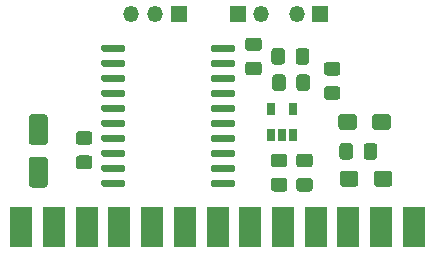
<source format=gbr>
%TF.GenerationSoftware,KiCad,Pcbnew,(5.1.6)-1*%
%TF.CreationDate,2020-07-29T13:21:14+01:00*%
%TF.ProjectId,open-amiga-sampler-smd,6f70656e-2d61-46d6-9967-612d73616d70,rev?*%
%TF.SameCoordinates,Original*%
%TF.FileFunction,Soldermask,Top*%
%TF.FilePolarity,Negative*%
%FSLAX46Y46*%
G04 Gerber Fmt 4.6, Leading zero omitted, Abs format (unit mm)*
G04 Created by KiCad (PCBNEW (5.1.6)-1) date 2020-07-29 13:21:14*
%MOMM*%
%LPD*%
G01*
G04 APERTURE LIST*
%ADD10O,1.350000X1.350000*%
%ADD11R,1.350000X1.350000*%
%ADD12R,1.846667X3.480000*%
%ADD13R,0.650000X1.060000*%
G04 APERTURE END LIST*
%TO.C,C4*%
G36*
G01*
X83671500Y-142057500D02*
X82571500Y-142057500D01*
G75*
G02*
X82321500Y-141807500I0J250000D01*
G01*
X82321500Y-139707500D01*
G75*
G02*
X82571500Y-139457500I250000J0D01*
G01*
X83671500Y-139457500D01*
G75*
G02*
X83921500Y-139707500I0J-250000D01*
G01*
X83921500Y-141807500D01*
G75*
G02*
X83671500Y-142057500I-250000J0D01*
G01*
G37*
G36*
G01*
X83671500Y-145657500D02*
X82571500Y-145657500D01*
G75*
G02*
X82321500Y-145407500I0J250000D01*
G01*
X82321500Y-143307500D01*
G75*
G02*
X82571500Y-143057500I250000J0D01*
G01*
X83671500Y-143057500D01*
G75*
G02*
X83921500Y-143307500I0J-250000D01*
G01*
X83921500Y-145407500D01*
G75*
G02*
X83671500Y-145657500I-250000J0D01*
G01*
G37*
%TD*%
D10*
%TO.C,RV1*%
X91000000Y-131000000D03*
X93000000Y-131000000D03*
D11*
X95000000Y-131000000D03*
%TD*%
D10*
%TO.C,J2*%
X102000000Y-131000000D03*
D11*
X100000000Y-131000000D03*
%TD*%
D10*
%TO.C,J1*%
X105010200Y-130987800D03*
D11*
X107010200Y-130987800D03*
%TD*%
%TO.C,C1*%
G36*
G01*
X111394000Y-140531401D02*
X111394000Y-139681399D01*
G75*
G02*
X111643999Y-139431400I249999J0D01*
G01*
X112719001Y-139431400D01*
G75*
G02*
X112969000Y-139681399I0J-249999D01*
G01*
X112969000Y-140531401D01*
G75*
G02*
X112719001Y-140781400I-249999J0D01*
G01*
X111643999Y-140781400D01*
G75*
G02*
X111394000Y-140531401I0J249999D01*
G01*
G37*
G36*
G01*
X108519000Y-140531401D02*
X108519000Y-139681399D01*
G75*
G02*
X108768999Y-139431400I249999J0D01*
G01*
X109844001Y-139431400D01*
G75*
G02*
X110094000Y-139681399I0J-249999D01*
G01*
X110094000Y-140531401D01*
G75*
G02*
X109844001Y-140781400I-249999J0D01*
G01*
X108768999Y-140781400D01*
G75*
G02*
X108519000Y-140531401I0J249999D01*
G01*
G37*
%TD*%
%TO.C,C2*%
G36*
G01*
X111521000Y-145332001D02*
X111521000Y-144481999D01*
G75*
G02*
X111770999Y-144232000I249999J0D01*
G01*
X112846001Y-144232000D01*
G75*
G02*
X113096000Y-144481999I0J-249999D01*
G01*
X113096000Y-145332001D01*
G75*
G02*
X112846001Y-145582000I-249999J0D01*
G01*
X111770999Y-145582000D01*
G75*
G02*
X111521000Y-145332001I0J249999D01*
G01*
G37*
G36*
G01*
X108646000Y-145332001D02*
X108646000Y-144481999D01*
G75*
G02*
X108895999Y-144232000I249999J0D01*
G01*
X109971001Y-144232000D01*
G75*
G02*
X110221000Y-144481999I0J-249999D01*
G01*
X110221000Y-145332001D01*
G75*
G02*
X109971001Y-145582000I-249999J0D01*
G01*
X108895999Y-145582000D01*
G75*
G02*
X108646000Y-145332001I0J249999D01*
G01*
G37*
%TD*%
%TO.C,C3*%
G36*
G01*
X100895999Y-135006500D02*
X101796001Y-135006500D01*
G75*
G02*
X102046000Y-135256499I0J-249999D01*
G01*
X102046000Y-135906501D01*
G75*
G02*
X101796001Y-136156500I-249999J0D01*
G01*
X100895999Y-136156500D01*
G75*
G02*
X100646000Y-135906501I0J249999D01*
G01*
X100646000Y-135256499D01*
G75*
G02*
X100895999Y-135006500I249999J0D01*
G01*
G37*
G36*
G01*
X100895999Y-132956500D02*
X101796001Y-132956500D01*
G75*
G02*
X102046000Y-133206499I0J-249999D01*
G01*
X102046000Y-133856501D01*
G75*
G02*
X101796001Y-134106500I-249999J0D01*
G01*
X100895999Y-134106500D01*
G75*
G02*
X100646000Y-133856501I0J249999D01*
G01*
X100646000Y-133206499D01*
G75*
G02*
X100895999Y-132956500I249999J0D01*
G01*
G37*
%TD*%
%TO.C,C5*%
G36*
G01*
X102921000Y-137229001D02*
X102921000Y-136328999D01*
G75*
G02*
X103170999Y-136079000I249999J0D01*
G01*
X103821001Y-136079000D01*
G75*
G02*
X104071000Y-136328999I0J-249999D01*
G01*
X104071000Y-137229001D01*
G75*
G02*
X103821001Y-137479000I-249999J0D01*
G01*
X103170999Y-137479000D01*
G75*
G02*
X102921000Y-137229001I0J249999D01*
G01*
G37*
G36*
G01*
X104971000Y-137229001D02*
X104971000Y-136328999D01*
G75*
G02*
X105220999Y-136079000I249999J0D01*
G01*
X105871001Y-136079000D01*
G75*
G02*
X106121000Y-136328999I0J-249999D01*
G01*
X106121000Y-137229001D01*
G75*
G02*
X105871001Y-137479000I-249999J0D01*
G01*
X105220999Y-137479000D01*
G75*
G02*
X104971000Y-137229001I0J249999D01*
G01*
G37*
%TD*%
D12*
%TO.C,J3*%
X81678000Y-149034500D03*
X84448000Y-149034500D03*
X87218000Y-149034500D03*
X89988000Y-149034500D03*
X92758000Y-149034500D03*
X95528000Y-149034500D03*
X98298000Y-149034500D03*
X101068000Y-149034500D03*
X103838000Y-149034500D03*
X106608000Y-149034500D03*
X109378000Y-149034500D03*
X112148000Y-149034500D03*
X114918000Y-149034500D03*
%TD*%
%TO.C,R1*%
G36*
G01*
X108450801Y-136176600D02*
X107550799Y-136176600D01*
G75*
G02*
X107300800Y-135926601I0J249999D01*
G01*
X107300800Y-135276599D01*
G75*
G02*
X107550799Y-135026600I249999J0D01*
G01*
X108450801Y-135026600D01*
G75*
G02*
X108700800Y-135276599I0J-249999D01*
G01*
X108700800Y-135926601D01*
G75*
G02*
X108450801Y-136176600I-249999J0D01*
G01*
G37*
G36*
G01*
X108450801Y-138226600D02*
X107550799Y-138226600D01*
G75*
G02*
X107300800Y-137976601I0J249999D01*
G01*
X107300800Y-137326599D01*
G75*
G02*
X107550799Y-137076600I249999J0D01*
G01*
X108450801Y-137076600D01*
G75*
G02*
X108700800Y-137326599I0J-249999D01*
G01*
X108700800Y-137976601D01*
G75*
G02*
X108450801Y-138226600I-249999J0D01*
G01*
G37*
%TD*%
%TO.C,R2*%
G36*
G01*
X106057500Y-134106499D02*
X106057500Y-135006501D01*
G75*
G02*
X105807501Y-135256500I-249999J0D01*
G01*
X105157499Y-135256500D01*
G75*
G02*
X104907500Y-135006501I0J249999D01*
G01*
X104907500Y-134106499D01*
G75*
G02*
X105157499Y-133856500I249999J0D01*
G01*
X105807501Y-133856500D01*
G75*
G02*
X106057500Y-134106499I0J-249999D01*
G01*
G37*
G36*
G01*
X104007500Y-134106499D02*
X104007500Y-135006501D01*
G75*
G02*
X103757501Y-135256500I-249999J0D01*
G01*
X103107499Y-135256500D01*
G75*
G02*
X102857500Y-135006501I0J249999D01*
G01*
X102857500Y-134106499D01*
G75*
G02*
X103107499Y-133856500I249999J0D01*
G01*
X103757501Y-133856500D01*
G75*
G02*
X104007500Y-134106499I0J-249999D01*
G01*
G37*
%TD*%
%TO.C,R3*%
G36*
G01*
X86544999Y-142944000D02*
X87445001Y-142944000D01*
G75*
G02*
X87695000Y-143193999I0J-249999D01*
G01*
X87695000Y-143844001D01*
G75*
G02*
X87445001Y-144094000I-249999J0D01*
G01*
X86544999Y-144094000D01*
G75*
G02*
X86295000Y-143844001I0J249999D01*
G01*
X86295000Y-143193999D01*
G75*
G02*
X86544999Y-142944000I249999J0D01*
G01*
G37*
G36*
G01*
X86544999Y-140894000D02*
X87445001Y-140894000D01*
G75*
G02*
X87695000Y-141143999I0J-249999D01*
G01*
X87695000Y-141794001D01*
G75*
G02*
X87445001Y-142044000I-249999J0D01*
G01*
X86544999Y-142044000D01*
G75*
G02*
X86295000Y-141794001I0J249999D01*
G01*
X86295000Y-141143999D01*
G75*
G02*
X86544999Y-140894000I249999J0D01*
G01*
G37*
%TD*%
%TO.C,R4*%
G36*
G01*
X108610600Y-143045601D02*
X108610600Y-142145599D01*
G75*
G02*
X108860599Y-141895600I249999J0D01*
G01*
X109510601Y-141895600D01*
G75*
G02*
X109760600Y-142145599I0J-249999D01*
G01*
X109760600Y-143045601D01*
G75*
G02*
X109510601Y-143295600I-249999J0D01*
G01*
X108860599Y-143295600D01*
G75*
G02*
X108610600Y-143045601I0J249999D01*
G01*
G37*
G36*
G01*
X110660600Y-143045601D02*
X110660600Y-142145599D01*
G75*
G02*
X110910599Y-141895600I249999J0D01*
G01*
X111560601Y-141895600D01*
G75*
G02*
X111810600Y-142145599I0J-249999D01*
G01*
X111810600Y-143045601D01*
G75*
G02*
X111560601Y-143295600I-249999J0D01*
G01*
X110910599Y-143295600D01*
G75*
G02*
X110660600Y-143045601I0J249999D01*
G01*
G37*
%TD*%
%TO.C,R5*%
G36*
G01*
X103054999Y-144849000D02*
X103955001Y-144849000D01*
G75*
G02*
X104205000Y-145098999I0J-249999D01*
G01*
X104205000Y-145749001D01*
G75*
G02*
X103955001Y-145999000I-249999J0D01*
G01*
X103054999Y-145999000D01*
G75*
G02*
X102805000Y-145749001I0J249999D01*
G01*
X102805000Y-145098999D01*
G75*
G02*
X103054999Y-144849000I249999J0D01*
G01*
G37*
G36*
G01*
X103054999Y-142799000D02*
X103955001Y-142799000D01*
G75*
G02*
X104205000Y-143048999I0J-249999D01*
G01*
X104205000Y-143699001D01*
G75*
G02*
X103955001Y-143949000I-249999J0D01*
G01*
X103054999Y-143949000D01*
G75*
G02*
X102805000Y-143699001I0J249999D01*
G01*
X102805000Y-143048999D01*
G75*
G02*
X103054999Y-142799000I249999J0D01*
G01*
G37*
%TD*%
%TO.C,R6*%
G36*
G01*
X106114001Y-145999000D02*
X105213999Y-145999000D01*
G75*
G02*
X104964000Y-145749001I0J249999D01*
G01*
X104964000Y-145098999D01*
G75*
G02*
X105213999Y-144849000I249999J0D01*
G01*
X106114001Y-144849000D01*
G75*
G02*
X106364000Y-145098999I0J-249999D01*
G01*
X106364000Y-145749001D01*
G75*
G02*
X106114001Y-145999000I-249999J0D01*
G01*
G37*
G36*
G01*
X106114001Y-143949000D02*
X105213999Y-143949000D01*
G75*
G02*
X104964000Y-143699001I0J249999D01*
G01*
X104964000Y-143048999D01*
G75*
G02*
X105213999Y-142799000I249999J0D01*
G01*
X106114001Y-142799000D01*
G75*
G02*
X106364000Y-143048999I0J-249999D01*
G01*
X106364000Y-143699001D01*
G75*
G02*
X106114001Y-143949000I-249999J0D01*
G01*
G37*
%TD*%
%TO.C,U1*%
G36*
G01*
X88432000Y-134008000D02*
X88432000Y-133708000D01*
G75*
G02*
X88582000Y-133558000I150000J0D01*
G01*
X90332000Y-133558000D01*
G75*
G02*
X90482000Y-133708000I0J-150000D01*
G01*
X90482000Y-134008000D01*
G75*
G02*
X90332000Y-134158000I-150000J0D01*
G01*
X88582000Y-134158000D01*
G75*
G02*
X88432000Y-134008000I0J150000D01*
G01*
G37*
G36*
G01*
X88432000Y-135278000D02*
X88432000Y-134978000D01*
G75*
G02*
X88582000Y-134828000I150000J0D01*
G01*
X90332000Y-134828000D01*
G75*
G02*
X90482000Y-134978000I0J-150000D01*
G01*
X90482000Y-135278000D01*
G75*
G02*
X90332000Y-135428000I-150000J0D01*
G01*
X88582000Y-135428000D01*
G75*
G02*
X88432000Y-135278000I0J150000D01*
G01*
G37*
G36*
G01*
X88432000Y-136548000D02*
X88432000Y-136248000D01*
G75*
G02*
X88582000Y-136098000I150000J0D01*
G01*
X90332000Y-136098000D01*
G75*
G02*
X90482000Y-136248000I0J-150000D01*
G01*
X90482000Y-136548000D01*
G75*
G02*
X90332000Y-136698000I-150000J0D01*
G01*
X88582000Y-136698000D01*
G75*
G02*
X88432000Y-136548000I0J150000D01*
G01*
G37*
G36*
G01*
X88432000Y-137818000D02*
X88432000Y-137518000D01*
G75*
G02*
X88582000Y-137368000I150000J0D01*
G01*
X90332000Y-137368000D01*
G75*
G02*
X90482000Y-137518000I0J-150000D01*
G01*
X90482000Y-137818000D01*
G75*
G02*
X90332000Y-137968000I-150000J0D01*
G01*
X88582000Y-137968000D01*
G75*
G02*
X88432000Y-137818000I0J150000D01*
G01*
G37*
G36*
G01*
X88432000Y-139088000D02*
X88432000Y-138788000D01*
G75*
G02*
X88582000Y-138638000I150000J0D01*
G01*
X90332000Y-138638000D01*
G75*
G02*
X90482000Y-138788000I0J-150000D01*
G01*
X90482000Y-139088000D01*
G75*
G02*
X90332000Y-139238000I-150000J0D01*
G01*
X88582000Y-139238000D01*
G75*
G02*
X88432000Y-139088000I0J150000D01*
G01*
G37*
G36*
G01*
X88432000Y-140358000D02*
X88432000Y-140058000D01*
G75*
G02*
X88582000Y-139908000I150000J0D01*
G01*
X90332000Y-139908000D01*
G75*
G02*
X90482000Y-140058000I0J-150000D01*
G01*
X90482000Y-140358000D01*
G75*
G02*
X90332000Y-140508000I-150000J0D01*
G01*
X88582000Y-140508000D01*
G75*
G02*
X88432000Y-140358000I0J150000D01*
G01*
G37*
G36*
G01*
X88432000Y-141628000D02*
X88432000Y-141328000D01*
G75*
G02*
X88582000Y-141178000I150000J0D01*
G01*
X90332000Y-141178000D01*
G75*
G02*
X90482000Y-141328000I0J-150000D01*
G01*
X90482000Y-141628000D01*
G75*
G02*
X90332000Y-141778000I-150000J0D01*
G01*
X88582000Y-141778000D01*
G75*
G02*
X88432000Y-141628000I0J150000D01*
G01*
G37*
G36*
G01*
X88432000Y-142898000D02*
X88432000Y-142598000D01*
G75*
G02*
X88582000Y-142448000I150000J0D01*
G01*
X90332000Y-142448000D01*
G75*
G02*
X90482000Y-142598000I0J-150000D01*
G01*
X90482000Y-142898000D01*
G75*
G02*
X90332000Y-143048000I-150000J0D01*
G01*
X88582000Y-143048000D01*
G75*
G02*
X88432000Y-142898000I0J150000D01*
G01*
G37*
G36*
G01*
X88432000Y-144168000D02*
X88432000Y-143868000D01*
G75*
G02*
X88582000Y-143718000I150000J0D01*
G01*
X90332000Y-143718000D01*
G75*
G02*
X90482000Y-143868000I0J-150000D01*
G01*
X90482000Y-144168000D01*
G75*
G02*
X90332000Y-144318000I-150000J0D01*
G01*
X88582000Y-144318000D01*
G75*
G02*
X88432000Y-144168000I0J150000D01*
G01*
G37*
G36*
G01*
X88432000Y-145438000D02*
X88432000Y-145138000D01*
G75*
G02*
X88582000Y-144988000I150000J0D01*
G01*
X90332000Y-144988000D01*
G75*
G02*
X90482000Y-145138000I0J-150000D01*
G01*
X90482000Y-145438000D01*
G75*
G02*
X90332000Y-145588000I-150000J0D01*
G01*
X88582000Y-145588000D01*
G75*
G02*
X88432000Y-145438000I0J150000D01*
G01*
G37*
G36*
G01*
X97732000Y-145438000D02*
X97732000Y-145138000D01*
G75*
G02*
X97882000Y-144988000I150000J0D01*
G01*
X99632000Y-144988000D01*
G75*
G02*
X99782000Y-145138000I0J-150000D01*
G01*
X99782000Y-145438000D01*
G75*
G02*
X99632000Y-145588000I-150000J0D01*
G01*
X97882000Y-145588000D01*
G75*
G02*
X97732000Y-145438000I0J150000D01*
G01*
G37*
G36*
G01*
X97732000Y-144168000D02*
X97732000Y-143868000D01*
G75*
G02*
X97882000Y-143718000I150000J0D01*
G01*
X99632000Y-143718000D01*
G75*
G02*
X99782000Y-143868000I0J-150000D01*
G01*
X99782000Y-144168000D01*
G75*
G02*
X99632000Y-144318000I-150000J0D01*
G01*
X97882000Y-144318000D01*
G75*
G02*
X97732000Y-144168000I0J150000D01*
G01*
G37*
G36*
G01*
X97732000Y-142898000D02*
X97732000Y-142598000D01*
G75*
G02*
X97882000Y-142448000I150000J0D01*
G01*
X99632000Y-142448000D01*
G75*
G02*
X99782000Y-142598000I0J-150000D01*
G01*
X99782000Y-142898000D01*
G75*
G02*
X99632000Y-143048000I-150000J0D01*
G01*
X97882000Y-143048000D01*
G75*
G02*
X97732000Y-142898000I0J150000D01*
G01*
G37*
G36*
G01*
X97732000Y-141628000D02*
X97732000Y-141328000D01*
G75*
G02*
X97882000Y-141178000I150000J0D01*
G01*
X99632000Y-141178000D01*
G75*
G02*
X99782000Y-141328000I0J-150000D01*
G01*
X99782000Y-141628000D01*
G75*
G02*
X99632000Y-141778000I-150000J0D01*
G01*
X97882000Y-141778000D01*
G75*
G02*
X97732000Y-141628000I0J150000D01*
G01*
G37*
G36*
G01*
X97732000Y-140358000D02*
X97732000Y-140058000D01*
G75*
G02*
X97882000Y-139908000I150000J0D01*
G01*
X99632000Y-139908000D01*
G75*
G02*
X99782000Y-140058000I0J-150000D01*
G01*
X99782000Y-140358000D01*
G75*
G02*
X99632000Y-140508000I-150000J0D01*
G01*
X97882000Y-140508000D01*
G75*
G02*
X97732000Y-140358000I0J150000D01*
G01*
G37*
G36*
G01*
X97732000Y-139088000D02*
X97732000Y-138788000D01*
G75*
G02*
X97882000Y-138638000I150000J0D01*
G01*
X99632000Y-138638000D01*
G75*
G02*
X99782000Y-138788000I0J-150000D01*
G01*
X99782000Y-139088000D01*
G75*
G02*
X99632000Y-139238000I-150000J0D01*
G01*
X97882000Y-139238000D01*
G75*
G02*
X97732000Y-139088000I0J150000D01*
G01*
G37*
G36*
G01*
X97732000Y-137818000D02*
X97732000Y-137518000D01*
G75*
G02*
X97882000Y-137368000I150000J0D01*
G01*
X99632000Y-137368000D01*
G75*
G02*
X99782000Y-137518000I0J-150000D01*
G01*
X99782000Y-137818000D01*
G75*
G02*
X99632000Y-137968000I-150000J0D01*
G01*
X97882000Y-137968000D01*
G75*
G02*
X97732000Y-137818000I0J150000D01*
G01*
G37*
G36*
G01*
X97732000Y-136548000D02*
X97732000Y-136248000D01*
G75*
G02*
X97882000Y-136098000I150000J0D01*
G01*
X99632000Y-136098000D01*
G75*
G02*
X99782000Y-136248000I0J-150000D01*
G01*
X99782000Y-136548000D01*
G75*
G02*
X99632000Y-136698000I-150000J0D01*
G01*
X97882000Y-136698000D01*
G75*
G02*
X97732000Y-136548000I0J150000D01*
G01*
G37*
G36*
G01*
X97732000Y-135278000D02*
X97732000Y-134978000D01*
G75*
G02*
X97882000Y-134828000I150000J0D01*
G01*
X99632000Y-134828000D01*
G75*
G02*
X99782000Y-134978000I0J-150000D01*
G01*
X99782000Y-135278000D01*
G75*
G02*
X99632000Y-135428000I-150000J0D01*
G01*
X97882000Y-135428000D01*
G75*
G02*
X97732000Y-135278000I0J150000D01*
G01*
G37*
G36*
G01*
X97732000Y-134008000D02*
X97732000Y-133708000D01*
G75*
G02*
X97882000Y-133558000I150000J0D01*
G01*
X99632000Y-133558000D01*
G75*
G02*
X99782000Y-133708000I0J-150000D01*
G01*
X99782000Y-134008000D01*
G75*
G02*
X99632000Y-134158000I-150000J0D01*
G01*
X97882000Y-134158000D01*
G75*
G02*
X97732000Y-134008000I0J150000D01*
G01*
G37*
%TD*%
D13*
%TO.C,U2*%
X102809000Y-141181000D03*
X103759000Y-141181000D03*
X104709000Y-141181000D03*
X104709000Y-138981000D03*
X102809000Y-138981000D03*
%TD*%
M02*

</source>
